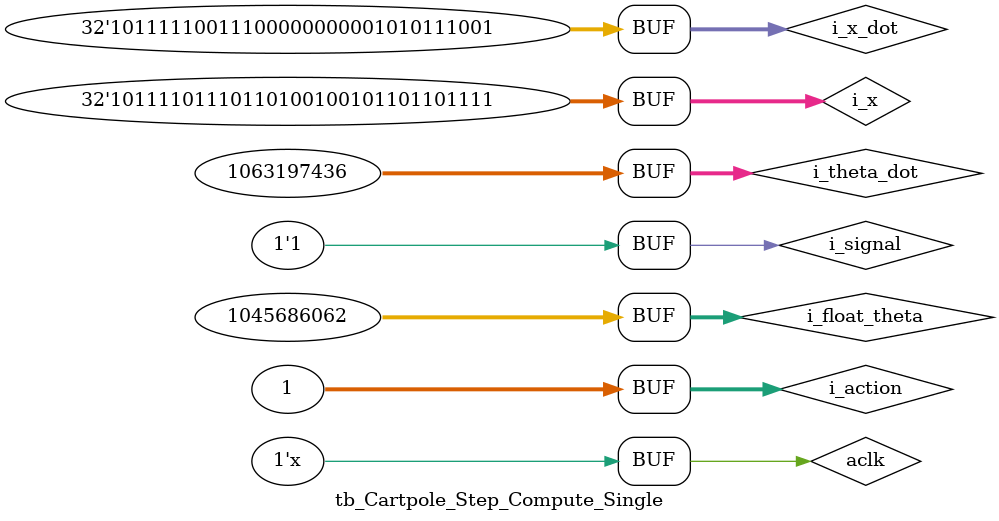
<source format=v>
`timescale 1ns / 1ps


module tb_Cartpole_Step_Compute_Single();

  // Parameters
  localparam  TAU        = 32'b00111100101000111101011100001010;
  localparam  GRAVITY    = 32'b01000001000111001100110011001101;
  localparam  CNST_2     = 32'b00111101001110100010111010001100;
  localparam  CNST_3     = 32'b00111111001010101010101010101011;
  localparam  CNST_4     = 32'b01000000000110011001100110011010;
  localparam  CNST_N4    = 32'b11000000000110011001100110011010;
  localparam  CNST_5     = 32'b00111110010101101000011100101011;
  localparam  CNST_N5    = 32'b10111110010101101000011100101011;
  localparam  INPUT_BIT  = 32'd32;
  localparam  OUTPUT_BIT = 32'd32;

  //Ports
  reg  aclk;
  reg  i_signal;
  reg   [INPUT_BIT-1:0] i_action;
  reg   [INPUT_BIT-1:0] i_x;
  reg   [INPUT_BIT-1:0] i_x_dot;
  reg   [INPUT_BIT-1:0] i_float_theta;
  reg   [INPUT_BIT-1:0] i_theta_dot;
  wire  [OUTPUT_BIT-1:0] o_next_x;
  wire  [OUTPUT_BIT-1:0] o_next_x_dot;
  wire  [OUTPUT_BIT-1:0] o_next_float_theta;
  wire  [OUTPUT_BIT-1:0] o_next_theta_dot;
  wire  [OUTPUT_BIT-1:0] o_terminated;
  wire  [OUTPUT_BIT-1:0] o_reward;
  wire  [OUTPUT_BIT-1:0] o_valid;

  Cartpole_Step_Compute_Single # (
    .TAU(TAU),
    .GRAVITY(GRAVITY),
    .CNST_2(CNST_2),
    .CNST_3(CNST_3),
    .CNST_4(CNST_4),
    .CNST_N4(CNST_N4),
    .CNST_5(CNST_5),
    .CNST_N5(CNST_N5),
    .INPUT_BIT(INPUT_BIT),
    .OUTPUT_BIT(OUTPUT_BIT)
  )
  Cartpole_Step_Compute_Single_inst (
    .aclk(aclk),
    .i_signal(i_signal),
    .i_action(i_action),
    .i_x(i_x),
    .i_x_dot(i_x_dot),
    .i_float_theta(i_float_theta),
    .i_theta_dot(i_theta_dot),
    .o_next_x(o_next_x),
    .o_next_x_dot(o_next_x_dot),
    .o_next_float_theta(o_next_float_theta),
    .o_next_theta_dot(o_next_theta_dot),
    .o_terminated(o_terminated),
    .o_reward(o_reward),
    .o_valid(o_valid)
  );

always #5  aclk = ! aclk ;
initial begin
    aclk = 0;
    #5
    i_signal      = 1;
    i_action      = 32'h00000001;

//    i_action      = 32'h00000000;
    i_x           = 32'hBDDA4B6F; 
    i_x_dot       = 32'hBE7002B9; 
    i_float_theta = 32'h3E53E72E; 
    i_theta_dot   = 32'h3F5F1AFC; 
end
  
endmodule
</source>
